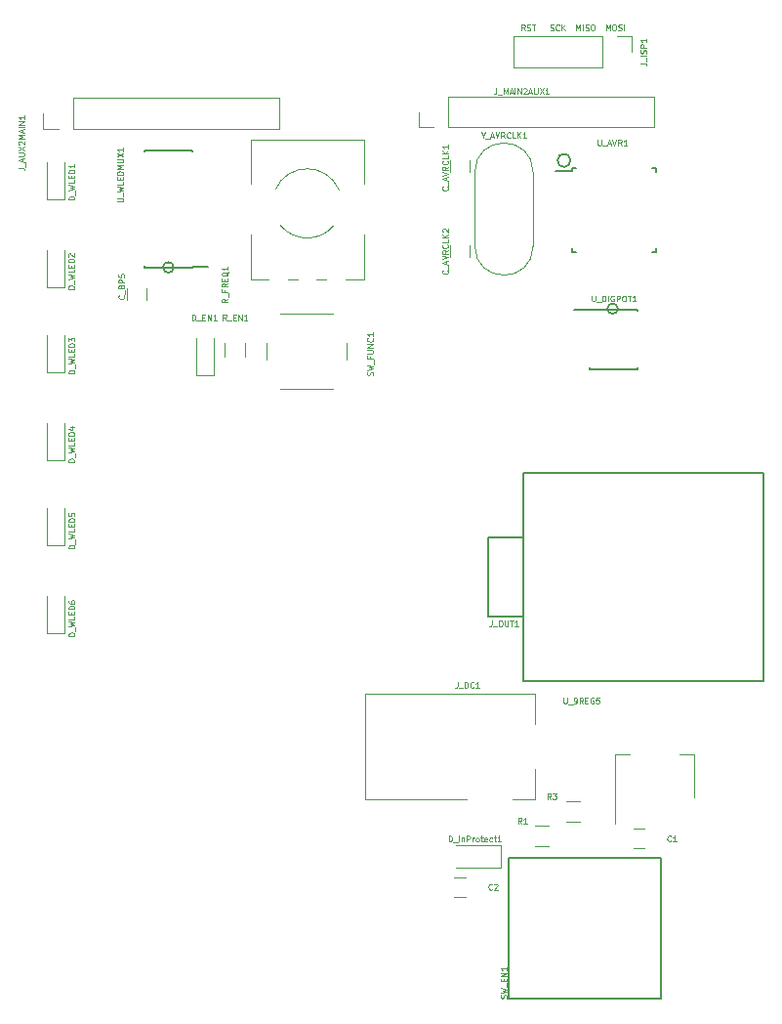
<source format=gbr>
G04 #@! TF.FileFunction,Legend,Top*
%FSLAX46Y46*%
G04 Gerber Fmt 4.6, Leading zero omitted, Abs format (unit mm)*
G04 Created by KiCad (PCBNEW 4.0.7) date 06/02/18 16:03:12*
%MOMM*%
%LPD*%
G01*
G04 APERTURE LIST*
%ADD10C,0.100000*%
%ADD11C,0.015000*%
%ADD12C,0.200000*%
%ADD13C,0.120000*%
%ADD14C,0.150000*%
G04 APERTURE END LIST*
D10*
D11*
X135164240Y-53629690D02*
X134997573Y-53391595D01*
X134878526Y-53629690D02*
X134878526Y-53129690D01*
X135069002Y-53129690D01*
X135116621Y-53153500D01*
X135140430Y-53177310D01*
X135164240Y-53224929D01*
X135164240Y-53296357D01*
X135140430Y-53343976D01*
X135116621Y-53367786D01*
X135069002Y-53391595D01*
X134878526Y-53391595D01*
X135354716Y-53605881D02*
X135426145Y-53629690D01*
X135545192Y-53629690D01*
X135592811Y-53605881D01*
X135616621Y-53582071D01*
X135640430Y-53534452D01*
X135640430Y-53486833D01*
X135616621Y-53439214D01*
X135592811Y-53415405D01*
X135545192Y-53391595D01*
X135449954Y-53367786D01*
X135402335Y-53343976D01*
X135378526Y-53320167D01*
X135354716Y-53272548D01*
X135354716Y-53224929D01*
X135378526Y-53177310D01*
X135402335Y-53153500D01*
X135449954Y-53129690D01*
X135569002Y-53129690D01*
X135640430Y-53153500D01*
X135783287Y-53129690D02*
X136069001Y-53129690D01*
X135926144Y-53629690D02*
X135926144Y-53129690D01*
X137354714Y-53605881D02*
X137426143Y-53629690D01*
X137545190Y-53629690D01*
X137592809Y-53605881D01*
X137616619Y-53582071D01*
X137640428Y-53534452D01*
X137640428Y-53486833D01*
X137616619Y-53439214D01*
X137592809Y-53415405D01*
X137545190Y-53391595D01*
X137449952Y-53367786D01*
X137402333Y-53343976D01*
X137378524Y-53320167D01*
X137354714Y-53272548D01*
X137354714Y-53224929D01*
X137378524Y-53177310D01*
X137402333Y-53153500D01*
X137449952Y-53129690D01*
X137569000Y-53129690D01*
X137640428Y-53153500D01*
X138140428Y-53582071D02*
X138116618Y-53605881D01*
X138045190Y-53629690D01*
X137997571Y-53629690D01*
X137926142Y-53605881D01*
X137878523Y-53558262D01*
X137854714Y-53510643D01*
X137830904Y-53415405D01*
X137830904Y-53343976D01*
X137854714Y-53248738D01*
X137878523Y-53201119D01*
X137926142Y-53153500D01*
X137997571Y-53129690D01*
X138045190Y-53129690D01*
X138116618Y-53153500D01*
X138140428Y-53177310D01*
X138354714Y-53629690D02*
X138354714Y-53129690D01*
X138640428Y-53629690D02*
X138426142Y-53343976D01*
X138640428Y-53129690D02*
X138354714Y-53415405D01*
X139616618Y-53629690D02*
X139616618Y-53129690D01*
X139783284Y-53486833D01*
X139949951Y-53129690D01*
X139949951Y-53629690D01*
X140188047Y-53629690D02*
X140188047Y-53129690D01*
X140402332Y-53605881D02*
X140473761Y-53629690D01*
X140592808Y-53629690D01*
X140640427Y-53605881D01*
X140664237Y-53582071D01*
X140688046Y-53534452D01*
X140688046Y-53486833D01*
X140664237Y-53439214D01*
X140640427Y-53415405D01*
X140592808Y-53391595D01*
X140497570Y-53367786D01*
X140449951Y-53343976D01*
X140426142Y-53320167D01*
X140402332Y-53272548D01*
X140402332Y-53224929D01*
X140426142Y-53177310D01*
X140449951Y-53153500D01*
X140497570Y-53129690D01*
X140616618Y-53129690D01*
X140688046Y-53153500D01*
X140997570Y-53129690D02*
X141092808Y-53129690D01*
X141140427Y-53153500D01*
X141188046Y-53201119D01*
X141211855Y-53296357D01*
X141211855Y-53463024D01*
X141188046Y-53558262D01*
X141140427Y-53605881D01*
X141092808Y-53629690D01*
X140997570Y-53629690D01*
X140949951Y-53605881D01*
X140902332Y-53558262D01*
X140878522Y-53463024D01*
X140878522Y-53296357D01*
X140902332Y-53201119D01*
X140949951Y-53153500D01*
X140997570Y-53129690D01*
X142188046Y-53629690D02*
X142188046Y-53129690D01*
X142354712Y-53486833D01*
X142521379Y-53129690D01*
X142521379Y-53629690D01*
X142854713Y-53129690D02*
X142949951Y-53129690D01*
X142997570Y-53153500D01*
X143045189Y-53201119D01*
X143068998Y-53296357D01*
X143068998Y-53463024D01*
X143045189Y-53558262D01*
X142997570Y-53605881D01*
X142949951Y-53629690D01*
X142854713Y-53629690D01*
X142807094Y-53605881D01*
X142759475Y-53558262D01*
X142735665Y-53463024D01*
X142735665Y-53296357D01*
X142759475Y-53201119D01*
X142807094Y-53153500D01*
X142854713Y-53129690D01*
X143259475Y-53605881D02*
X143330904Y-53629690D01*
X143449951Y-53629690D01*
X143497570Y-53605881D01*
X143521380Y-53582071D01*
X143545189Y-53534452D01*
X143545189Y-53486833D01*
X143521380Y-53439214D01*
X143497570Y-53415405D01*
X143449951Y-53391595D01*
X143354713Y-53367786D01*
X143307094Y-53343976D01*
X143283285Y-53320167D01*
X143259475Y-53272548D01*
X143259475Y-53224929D01*
X143283285Y-53177310D01*
X143307094Y-53153500D01*
X143354713Y-53129690D01*
X143473761Y-53129690D01*
X143545189Y-53153500D01*
X143759475Y-53629690D02*
X143759475Y-53129690D01*
D12*
X143217719Y-77749400D02*
G75*
G03X143217719Y-77749400I-444319J0D01*
G01*
X104699505Y-74168000D02*
G75*
G03X104699505Y-74168000I-457905J0D01*
G01*
X139124961Y-64897000D02*
G75*
G03X139124961Y-64897000I-567961J0D01*
G01*
D13*
X113826600Y-62163000D02*
X113826600Y-59503000D01*
X95986600Y-62163000D02*
X113826600Y-62163000D01*
X95986600Y-59503000D02*
X113826600Y-59503000D01*
X95986600Y-62163000D02*
X95986600Y-59503000D01*
X94716600Y-62163000D02*
X93386600Y-62163000D01*
X93386600Y-62163000D02*
X93386600Y-60833000D01*
X113518768Y-67451818D02*
G75*
G02X119043200Y-67450800I2762432J-1171982D01*
G01*
X118578953Y-70552095D02*
G75*
G02X113983200Y-70551800I-2297753J1928295D01*
G01*
X111371200Y-75183800D02*
X111371200Y-71317800D01*
X111371200Y-66928800D02*
X111371200Y-63063800D01*
X121191200Y-75183800D02*
X121191200Y-71317800D01*
X121191200Y-66928800D02*
X121191200Y-63063800D01*
X111371200Y-75183800D02*
X112956200Y-75183800D01*
X114606200Y-75183800D02*
X115456200Y-75183800D01*
X117106200Y-75183800D02*
X117956200Y-75183800D01*
X119606200Y-75183800D02*
X121191200Y-75183800D01*
X111371200Y-63063800D02*
X121191200Y-63063800D01*
X95238000Y-65040000D02*
X95238000Y-68240000D01*
X93738000Y-68240000D02*
X93738000Y-65040000D01*
X93738000Y-68240000D02*
X95238000Y-68240000D01*
D14*
X139250000Y-65590000D02*
X139250000Y-65815000D01*
X146500000Y-65590000D02*
X146500000Y-65915000D01*
X146500000Y-72840000D02*
X146500000Y-72515000D01*
X139250000Y-72840000D02*
X139250000Y-72515000D01*
X139250000Y-65590000D02*
X139575000Y-65590000D01*
X139250000Y-72840000D02*
X139575000Y-72840000D01*
X146500000Y-72840000D02*
X146175000Y-72840000D01*
X146500000Y-65590000D02*
X146175000Y-65590000D01*
X139250000Y-65815000D02*
X137825000Y-65815000D01*
D13*
X145559400Y-122797200D02*
X144559400Y-122797200D01*
X144559400Y-124497200D02*
X145559400Y-124497200D01*
X130040000Y-127039000D02*
X129040000Y-127039000D01*
X129040000Y-128739000D02*
X130040000Y-128739000D01*
X128690000Y-64905000D02*
X128690000Y-65905000D01*
X130390000Y-65905000D02*
X130390000Y-64905000D01*
X130390000Y-73271000D02*
X130390000Y-72271000D01*
X128690000Y-72271000D02*
X128690000Y-73271000D01*
X133060000Y-126222000D02*
X133060000Y-124222000D01*
X133060000Y-124222000D02*
X129160000Y-124222000D01*
X133060000Y-126222000D02*
X129160000Y-126222000D01*
X134179000Y-54169000D02*
X134179000Y-56829000D01*
X141859000Y-54169000D02*
X134179000Y-54169000D01*
X141859000Y-56829000D02*
X134179000Y-56829000D01*
X141859000Y-54169000D02*
X141859000Y-56829000D01*
X143129000Y-54169000D02*
X144459000Y-54169000D01*
X144459000Y-54169000D02*
X144459000Y-55499000D01*
X137252000Y-124324000D02*
X136052000Y-124324000D01*
X136052000Y-122564000D02*
X137252000Y-122564000D01*
X138769800Y-120455800D02*
X139969800Y-120455800D01*
X139969800Y-122215800D02*
X138769800Y-122215800D01*
X110862000Y-80680000D02*
X110862000Y-81880000D01*
X109102000Y-81880000D02*
X109102000Y-80680000D01*
X149841000Y-116327000D02*
X148581000Y-116327000D01*
X143021000Y-116327000D02*
X144281000Y-116327000D01*
X149841000Y-120087000D02*
X149841000Y-116327000D01*
X143021000Y-122337000D02*
X143021000Y-116327000D01*
D14*
X106316600Y-74163000D02*
X106316600Y-74138000D01*
X102166600Y-74163000D02*
X102166600Y-74058000D01*
X102166600Y-64013000D02*
X102166600Y-64118000D01*
X106316600Y-64013000D02*
X106316600Y-64118000D01*
X106316600Y-74163000D02*
X102166600Y-74163000D01*
X106316600Y-64013000D02*
X102166600Y-64013000D01*
X106316600Y-74138000D02*
X107691600Y-74138000D01*
D13*
X135875000Y-65915000D02*
X135875000Y-72315000D01*
X130825000Y-65915000D02*
X130825000Y-72315000D01*
X130825000Y-65915000D02*
G75*
G02X135875000Y-65915000I2525000J0D01*
G01*
X130825000Y-72315000D02*
G75*
G03X135875000Y-72315000I2525000J0D01*
G01*
X102323000Y-76954000D02*
X102323000Y-75954000D01*
X100623000Y-75954000D02*
X100623000Y-76954000D01*
X146364000Y-62036000D02*
X146364000Y-59376000D01*
X128524000Y-62036000D02*
X146364000Y-62036000D01*
X128524000Y-59376000D02*
X146364000Y-59376000D01*
X128524000Y-62036000D02*
X128524000Y-59376000D01*
X127254000Y-62036000D02*
X125924000Y-62036000D01*
X125924000Y-62036000D02*
X125924000Y-60706000D01*
D14*
X140800000Y-77816000D02*
X140800000Y-77866000D01*
X144950000Y-77816000D02*
X144950000Y-77961000D01*
X144950000Y-82966000D02*
X144950000Y-82821000D01*
X140800000Y-82966000D02*
X140800000Y-82821000D01*
X140800000Y-77816000D02*
X144950000Y-77816000D01*
X140800000Y-82966000D02*
X144950000Y-82966000D01*
X140800000Y-77866000D02*
X139400000Y-77866000D01*
D13*
X95238000Y-102632000D02*
X95238000Y-105832000D01*
X93738000Y-105832000D02*
X93738000Y-102632000D01*
X93738000Y-105832000D02*
X95238000Y-105832000D01*
X95238000Y-95012000D02*
X95238000Y-98212000D01*
X93738000Y-98212000D02*
X93738000Y-95012000D01*
X93738000Y-98212000D02*
X95238000Y-98212000D01*
X95238000Y-87646000D02*
X95238000Y-90846000D01*
X93738000Y-90846000D02*
X93738000Y-87646000D01*
X93738000Y-90846000D02*
X95238000Y-90846000D01*
X95238000Y-80026000D02*
X95238000Y-83226000D01*
X93738000Y-83226000D02*
X93738000Y-80026000D01*
X93738000Y-83226000D02*
X95238000Y-83226000D01*
X95238000Y-72660000D02*
X95238000Y-75860000D01*
X93738000Y-75860000D02*
X93738000Y-72660000D01*
X93738000Y-75860000D02*
X95238000Y-75860000D01*
X108192000Y-80280000D02*
X108192000Y-83480000D01*
X106692000Y-83480000D02*
X106692000Y-80280000D01*
X106692000Y-83480000D02*
X108192000Y-83480000D01*
X118481600Y-78193000D02*
X113981600Y-78193000D01*
X119731600Y-82193000D02*
X119731600Y-80693000D01*
X113981600Y-84693000D02*
X118481600Y-84693000D01*
X112731600Y-80693000D02*
X112731600Y-82193000D01*
D14*
X131953000Y-100965000D02*
X131953000Y-104394000D01*
X132015000Y-104394000D02*
X135001000Y-104394000D01*
X131953000Y-100965000D02*
X131953000Y-97536000D01*
X132015000Y-97536000D02*
X135001000Y-97536000D01*
X155829000Y-109975000D02*
X155829000Y-91945000D01*
X135001000Y-109975000D02*
X135001000Y-91948000D01*
X135015000Y-91948000D02*
X155815000Y-91948000D01*
X135015000Y-109982000D02*
X155815000Y-109982000D01*
X146939000Y-125349000D02*
X133731000Y-125349000D01*
X133731000Y-125349000D02*
X133731000Y-137541000D01*
X133731000Y-137541000D02*
X146939000Y-137541000D01*
X146939000Y-137541000D02*
X146939000Y-125349000D01*
D13*
X130128000Y-120297000D02*
X121328000Y-120297000D01*
X121328000Y-120297000D02*
X121328000Y-111097000D01*
X136028000Y-117597000D02*
X136028000Y-120297000D01*
X136028000Y-120297000D02*
X134128000Y-120297000D01*
X121328000Y-111097000D02*
X136028000Y-111097000D01*
X136028000Y-111097000D02*
X136028000Y-113697000D01*
D11*
X91267790Y-65563475D02*
X91624933Y-65563475D01*
X91696362Y-65587285D01*
X91743981Y-65634904D01*
X91767790Y-65706332D01*
X91767790Y-65753951D01*
X91815410Y-65444428D02*
X91815410Y-65063476D01*
X91624933Y-64968238D02*
X91624933Y-64730143D01*
X91767790Y-65015857D02*
X91267790Y-64849190D01*
X91767790Y-64682524D01*
X91267790Y-64515857D02*
X91672552Y-64515857D01*
X91720171Y-64492048D01*
X91743981Y-64468238D01*
X91767790Y-64420619D01*
X91767790Y-64325381D01*
X91743981Y-64277762D01*
X91720171Y-64253953D01*
X91672552Y-64230143D01*
X91267790Y-64230143D01*
X91267790Y-64039666D02*
X91767790Y-63706333D01*
X91267790Y-63706333D02*
X91767790Y-64039666D01*
X91315410Y-63539667D02*
X91291600Y-63515857D01*
X91267790Y-63468238D01*
X91267790Y-63349191D01*
X91291600Y-63301572D01*
X91315410Y-63277762D01*
X91363029Y-63253953D01*
X91410648Y-63253953D01*
X91482076Y-63277762D01*
X91767790Y-63563476D01*
X91767790Y-63253953D01*
X91767790Y-63039667D02*
X91267790Y-63039667D01*
X91624933Y-62873001D01*
X91267790Y-62706334D01*
X91767790Y-62706334D01*
X91624933Y-62492048D02*
X91624933Y-62253953D01*
X91767790Y-62539667D02*
X91267790Y-62373000D01*
X91767790Y-62206334D01*
X91767790Y-62039667D02*
X91267790Y-62039667D01*
X91767790Y-61801572D02*
X91267790Y-61801572D01*
X91767790Y-61515858D01*
X91267790Y-61515858D01*
X91767790Y-61015858D02*
X91767790Y-61301572D01*
X91767790Y-61158715D02*
X91267790Y-61158715D01*
X91339219Y-61206334D01*
X91386838Y-61253953D01*
X91410648Y-61301572D01*
X109395390Y-76867390D02*
X109157295Y-77034057D01*
X109395390Y-77153104D02*
X108895390Y-77153104D01*
X108895390Y-76962628D01*
X108919200Y-76915009D01*
X108943010Y-76891200D01*
X108990629Y-76867390D01*
X109062057Y-76867390D01*
X109109676Y-76891200D01*
X109133486Y-76915009D01*
X109157295Y-76962628D01*
X109157295Y-77153104D01*
X109443010Y-76772152D02*
X109443010Y-76391200D01*
X109133486Y-76105486D02*
X109133486Y-76272152D01*
X109395390Y-76272152D02*
X108895390Y-76272152D01*
X108895390Y-76034057D01*
X109395390Y-75557867D02*
X109157295Y-75724534D01*
X109395390Y-75843581D02*
X108895390Y-75843581D01*
X108895390Y-75653105D01*
X108919200Y-75605486D01*
X108943010Y-75581677D01*
X108990629Y-75557867D01*
X109062057Y-75557867D01*
X109109676Y-75581677D01*
X109133486Y-75605486D01*
X109157295Y-75653105D01*
X109157295Y-75843581D01*
X109133486Y-75343581D02*
X109133486Y-75176915D01*
X109395390Y-75105486D02*
X109395390Y-75343581D01*
X108895390Y-75343581D01*
X108895390Y-75105486D01*
X109443010Y-74557867D02*
X109419200Y-74605486D01*
X109371581Y-74653105D01*
X109300152Y-74724534D01*
X109276343Y-74772153D01*
X109276343Y-74819772D01*
X109395390Y-74795962D02*
X109371581Y-74843581D01*
X109323962Y-74891200D01*
X109228724Y-74915010D01*
X109062057Y-74915010D01*
X108966819Y-74891200D01*
X108919200Y-74843581D01*
X108895390Y-74795962D01*
X108895390Y-74700724D01*
X108919200Y-74653105D01*
X108966819Y-74605486D01*
X109062057Y-74581677D01*
X109228724Y-74581677D01*
X109323962Y-74605486D01*
X109371581Y-74653105D01*
X109395390Y-74700724D01*
X109395390Y-74795962D01*
X109395390Y-74105486D02*
X109395390Y-74391200D01*
X109395390Y-74248343D02*
X108895390Y-74248343D01*
X108966819Y-74295962D01*
X109014438Y-74343581D01*
X109038248Y-74391200D01*
X96111190Y-68300409D02*
X95611190Y-68300409D01*
X95611190Y-68181362D01*
X95635000Y-68109933D01*
X95682619Y-68062314D01*
X95730238Y-68038505D01*
X95825476Y-68014695D01*
X95896905Y-68014695D01*
X95992143Y-68038505D01*
X96039762Y-68062314D01*
X96087381Y-68109933D01*
X96111190Y-68181362D01*
X96111190Y-68300409D01*
X96158810Y-67919457D02*
X96158810Y-67538505D01*
X95611190Y-67467076D02*
X96111190Y-67348029D01*
X95754048Y-67252791D01*
X96111190Y-67157553D01*
X95611190Y-67038505D01*
X96111190Y-66609933D02*
X96111190Y-66848028D01*
X95611190Y-66848028D01*
X95849286Y-66443266D02*
X95849286Y-66276600D01*
X96111190Y-66205171D02*
X96111190Y-66443266D01*
X95611190Y-66443266D01*
X95611190Y-66205171D01*
X96111190Y-65990885D02*
X95611190Y-65990885D01*
X95611190Y-65871838D01*
X95635000Y-65800409D01*
X95682619Y-65752790D01*
X95730238Y-65728981D01*
X95825476Y-65705171D01*
X95896905Y-65705171D01*
X95992143Y-65728981D01*
X96039762Y-65752790D01*
X96087381Y-65800409D01*
X96111190Y-65871838D01*
X96111190Y-65990885D01*
X96111190Y-65228981D02*
X96111190Y-65514695D01*
X96111190Y-65371838D02*
X95611190Y-65371838D01*
X95682619Y-65419457D01*
X95730238Y-65467076D01*
X95754048Y-65514695D01*
X141498001Y-63099190D02*
X141498001Y-63503952D01*
X141521810Y-63551571D01*
X141545620Y-63575381D01*
X141593239Y-63599190D01*
X141688477Y-63599190D01*
X141736096Y-63575381D01*
X141759905Y-63551571D01*
X141783715Y-63503952D01*
X141783715Y-63099190D01*
X141902763Y-63646810D02*
X142283715Y-63646810D01*
X142378953Y-63456333D02*
X142617048Y-63456333D01*
X142331334Y-63599190D02*
X142498001Y-63099190D01*
X142664667Y-63599190D01*
X142759905Y-63099190D02*
X142926572Y-63599190D01*
X143093238Y-63099190D01*
X143545619Y-63599190D02*
X143378952Y-63361095D01*
X143259905Y-63599190D02*
X143259905Y-63099190D01*
X143450381Y-63099190D01*
X143498000Y-63123000D01*
X143521809Y-63146810D01*
X143545619Y-63194429D01*
X143545619Y-63265857D01*
X143521809Y-63313476D01*
X143498000Y-63337286D01*
X143450381Y-63361095D01*
X143259905Y-63361095D01*
X144021809Y-63599190D02*
X143736095Y-63599190D01*
X143878952Y-63599190D02*
X143878952Y-63099190D01*
X143831333Y-63170619D01*
X143783714Y-63218238D01*
X143736095Y-63242048D01*
X147820867Y-123851171D02*
X147797057Y-123874981D01*
X147725629Y-123898790D01*
X147678010Y-123898790D01*
X147606581Y-123874981D01*
X147558962Y-123827362D01*
X147535153Y-123779743D01*
X147511343Y-123684505D01*
X147511343Y-123613076D01*
X147535153Y-123517838D01*
X147558962Y-123470219D01*
X147606581Y-123422600D01*
X147678010Y-123398790D01*
X147725629Y-123398790D01*
X147797057Y-123422600D01*
X147820867Y-123446410D01*
X148297057Y-123898790D02*
X148011343Y-123898790D01*
X148154200Y-123898790D02*
X148154200Y-123398790D01*
X148106581Y-123470219D01*
X148058962Y-123517838D01*
X148011343Y-123541648D01*
X132326867Y-128042171D02*
X132303057Y-128065981D01*
X132231629Y-128089790D01*
X132184010Y-128089790D01*
X132112581Y-128065981D01*
X132064962Y-128018362D01*
X132041153Y-127970743D01*
X132017343Y-127875505D01*
X132017343Y-127804076D01*
X132041153Y-127708838D01*
X132064962Y-127661219D01*
X132112581Y-127613600D01*
X132184010Y-127589790D01*
X132231629Y-127589790D01*
X132303057Y-127613600D01*
X132326867Y-127637410D01*
X132517343Y-127637410D02*
X132541153Y-127613600D01*
X132588772Y-127589790D01*
X132707819Y-127589790D01*
X132755438Y-127613600D01*
X132779248Y-127637410D01*
X132803057Y-127685029D01*
X132803057Y-127732648D01*
X132779248Y-127804076D01*
X132493534Y-128089790D01*
X132803057Y-128089790D01*
X128448571Y-67186761D02*
X128472381Y-67210571D01*
X128496190Y-67281999D01*
X128496190Y-67329618D01*
X128472381Y-67401047D01*
X128424762Y-67448666D01*
X128377143Y-67472475D01*
X128281905Y-67496285D01*
X128210476Y-67496285D01*
X128115238Y-67472475D01*
X128067619Y-67448666D01*
X128020000Y-67401047D01*
X127996190Y-67329618D01*
X127996190Y-67281999D01*
X128020000Y-67210571D01*
X128043810Y-67186761D01*
X128543810Y-67091523D02*
X128543810Y-66710571D01*
X128353333Y-66615333D02*
X128353333Y-66377238D01*
X128496190Y-66662952D02*
X127996190Y-66496285D01*
X128496190Y-66329619D01*
X127996190Y-66234381D02*
X128496190Y-66067714D01*
X127996190Y-65901048D01*
X128496190Y-65448667D02*
X128258095Y-65615334D01*
X128496190Y-65734381D02*
X127996190Y-65734381D01*
X127996190Y-65543905D01*
X128020000Y-65496286D01*
X128043810Y-65472477D01*
X128091429Y-65448667D01*
X128162857Y-65448667D01*
X128210476Y-65472477D01*
X128234286Y-65496286D01*
X128258095Y-65543905D01*
X128258095Y-65734381D01*
X128448571Y-64948667D02*
X128472381Y-64972477D01*
X128496190Y-65043905D01*
X128496190Y-65091524D01*
X128472381Y-65162953D01*
X128424762Y-65210572D01*
X128377143Y-65234381D01*
X128281905Y-65258191D01*
X128210476Y-65258191D01*
X128115238Y-65234381D01*
X128067619Y-65210572D01*
X128020000Y-65162953D01*
X127996190Y-65091524D01*
X127996190Y-65043905D01*
X128020000Y-64972477D01*
X128043810Y-64948667D01*
X128496190Y-64496286D02*
X128496190Y-64734381D01*
X127996190Y-64734381D01*
X128496190Y-64329619D02*
X127996190Y-64329619D01*
X128496190Y-64043905D02*
X128210476Y-64258191D01*
X127996190Y-64043905D02*
X128281905Y-64329619D01*
X128496190Y-63567715D02*
X128496190Y-63853429D01*
X128496190Y-63710572D02*
X127996190Y-63710572D01*
X128067619Y-63758191D01*
X128115238Y-63805810D01*
X128139048Y-63853429D01*
X128448571Y-74425761D02*
X128472381Y-74449571D01*
X128496190Y-74520999D01*
X128496190Y-74568618D01*
X128472381Y-74640047D01*
X128424762Y-74687666D01*
X128377143Y-74711475D01*
X128281905Y-74735285D01*
X128210476Y-74735285D01*
X128115238Y-74711475D01*
X128067619Y-74687666D01*
X128020000Y-74640047D01*
X127996190Y-74568618D01*
X127996190Y-74520999D01*
X128020000Y-74449571D01*
X128043810Y-74425761D01*
X128543810Y-74330523D02*
X128543810Y-73949571D01*
X128353333Y-73854333D02*
X128353333Y-73616238D01*
X128496190Y-73901952D02*
X127996190Y-73735285D01*
X128496190Y-73568619D01*
X127996190Y-73473381D02*
X128496190Y-73306714D01*
X127996190Y-73140048D01*
X128496190Y-72687667D02*
X128258095Y-72854334D01*
X128496190Y-72973381D02*
X127996190Y-72973381D01*
X127996190Y-72782905D01*
X128020000Y-72735286D01*
X128043810Y-72711477D01*
X128091429Y-72687667D01*
X128162857Y-72687667D01*
X128210476Y-72711477D01*
X128234286Y-72735286D01*
X128258095Y-72782905D01*
X128258095Y-72973381D01*
X128448571Y-72187667D02*
X128472381Y-72211477D01*
X128496190Y-72282905D01*
X128496190Y-72330524D01*
X128472381Y-72401953D01*
X128424762Y-72449572D01*
X128377143Y-72473381D01*
X128281905Y-72497191D01*
X128210476Y-72497191D01*
X128115238Y-72473381D01*
X128067619Y-72449572D01*
X128020000Y-72401953D01*
X127996190Y-72330524D01*
X127996190Y-72282905D01*
X128020000Y-72211477D01*
X128043810Y-72187667D01*
X128496190Y-71735286D02*
X128496190Y-71973381D01*
X127996190Y-71973381D01*
X128496190Y-71568619D02*
X127996190Y-71568619D01*
X128496190Y-71282905D02*
X128210476Y-71497191D01*
X127996190Y-71282905D02*
X128281905Y-71568619D01*
X128043810Y-71092429D02*
X128020000Y-71068619D01*
X127996190Y-71021000D01*
X127996190Y-70901953D01*
X128020000Y-70854334D01*
X128043810Y-70830524D01*
X128091429Y-70806715D01*
X128139048Y-70806715D01*
X128210476Y-70830524D01*
X128496190Y-71116238D01*
X128496190Y-70806715D01*
X128560002Y-123924190D02*
X128560002Y-123424190D01*
X128679049Y-123424190D01*
X128750478Y-123448000D01*
X128798097Y-123495619D01*
X128821906Y-123543238D01*
X128845716Y-123638476D01*
X128845716Y-123709905D01*
X128821906Y-123805143D01*
X128798097Y-123852762D01*
X128750478Y-123900381D01*
X128679049Y-123924190D01*
X128560002Y-123924190D01*
X128940954Y-123971810D02*
X129321906Y-123971810D01*
X129440954Y-123924190D02*
X129440954Y-123424190D01*
X129679049Y-123590857D02*
X129679049Y-123924190D01*
X129679049Y-123638476D02*
X129702858Y-123614667D01*
X129750477Y-123590857D01*
X129821906Y-123590857D01*
X129869525Y-123614667D01*
X129893334Y-123662286D01*
X129893334Y-123924190D01*
X130131430Y-123924190D02*
X130131430Y-123424190D01*
X130321906Y-123424190D01*
X130369525Y-123448000D01*
X130393334Y-123471810D01*
X130417144Y-123519429D01*
X130417144Y-123590857D01*
X130393334Y-123638476D01*
X130369525Y-123662286D01*
X130321906Y-123686095D01*
X130131430Y-123686095D01*
X130631430Y-123924190D02*
X130631430Y-123590857D01*
X130631430Y-123686095D02*
X130655239Y-123638476D01*
X130679049Y-123614667D01*
X130726668Y-123590857D01*
X130774287Y-123590857D01*
X131012382Y-123924190D02*
X130964763Y-123900381D01*
X130940954Y-123876571D01*
X130917144Y-123828952D01*
X130917144Y-123686095D01*
X130940954Y-123638476D01*
X130964763Y-123614667D01*
X131012382Y-123590857D01*
X131083811Y-123590857D01*
X131131430Y-123614667D01*
X131155239Y-123638476D01*
X131179049Y-123686095D01*
X131179049Y-123828952D01*
X131155239Y-123876571D01*
X131131430Y-123900381D01*
X131083811Y-123924190D01*
X131012382Y-123924190D01*
X131321906Y-123590857D02*
X131512382Y-123590857D01*
X131393335Y-123424190D02*
X131393335Y-123852762D01*
X131417144Y-123900381D01*
X131464763Y-123924190D01*
X131512382Y-123924190D01*
X131869525Y-123900381D02*
X131821906Y-123924190D01*
X131726668Y-123924190D01*
X131679049Y-123900381D01*
X131655239Y-123852762D01*
X131655239Y-123662286D01*
X131679049Y-123614667D01*
X131726668Y-123590857D01*
X131821906Y-123590857D01*
X131869525Y-123614667D01*
X131893334Y-123662286D01*
X131893334Y-123709905D01*
X131655239Y-123757524D01*
X132321905Y-123900381D02*
X132274286Y-123924190D01*
X132179048Y-123924190D01*
X132131429Y-123900381D01*
X132107620Y-123876571D01*
X132083810Y-123828952D01*
X132083810Y-123686095D01*
X132107620Y-123638476D01*
X132131429Y-123614667D01*
X132179048Y-123590857D01*
X132274286Y-123590857D01*
X132321905Y-123614667D01*
X132464762Y-123590857D02*
X132655238Y-123590857D01*
X132536191Y-123424190D02*
X132536191Y-123852762D01*
X132560000Y-123900381D01*
X132607619Y-123924190D01*
X132655238Y-123924190D01*
X133083809Y-123924190D02*
X132798095Y-123924190D01*
X132940952Y-123924190D02*
X132940952Y-123424190D01*
X132893333Y-123495619D01*
X132845714Y-123543238D01*
X132798095Y-123567048D01*
X145185190Y-56463284D02*
X145542333Y-56463284D01*
X145613762Y-56487094D01*
X145661381Y-56534713D01*
X145685190Y-56606141D01*
X145685190Y-56653760D01*
X145732810Y-56344237D02*
X145732810Y-55963285D01*
X145685190Y-55844237D02*
X145185190Y-55844237D01*
X145661381Y-55629952D02*
X145685190Y-55558523D01*
X145685190Y-55439476D01*
X145661381Y-55391857D01*
X145637571Y-55368047D01*
X145589952Y-55344238D01*
X145542333Y-55344238D01*
X145494714Y-55368047D01*
X145470905Y-55391857D01*
X145447095Y-55439476D01*
X145423286Y-55534714D01*
X145399476Y-55582333D01*
X145375667Y-55606142D01*
X145328048Y-55629952D01*
X145280429Y-55629952D01*
X145232810Y-55606142D01*
X145209000Y-55582333D01*
X145185190Y-55534714D01*
X145185190Y-55415666D01*
X145209000Y-55344238D01*
X145685190Y-55129952D02*
X145185190Y-55129952D01*
X145185190Y-54939476D01*
X145209000Y-54891857D01*
X145232810Y-54868048D01*
X145280429Y-54844238D01*
X145351857Y-54844238D01*
X145399476Y-54868048D01*
X145423286Y-54891857D01*
X145447095Y-54939476D01*
X145447095Y-55129952D01*
X145685190Y-54368048D02*
X145685190Y-54653762D01*
X145685190Y-54510905D02*
X145185190Y-54510905D01*
X145256619Y-54558524D01*
X145304238Y-54606143D01*
X145328048Y-54653762D01*
X134866867Y-122349390D02*
X134700200Y-122111295D01*
X134581153Y-122349390D02*
X134581153Y-121849390D01*
X134771629Y-121849390D01*
X134819248Y-121873200D01*
X134843057Y-121897010D01*
X134866867Y-121944629D01*
X134866867Y-122016057D01*
X134843057Y-122063676D01*
X134819248Y-122087486D01*
X134771629Y-122111295D01*
X134581153Y-122111295D01*
X135343057Y-122349390D02*
X135057343Y-122349390D01*
X135200200Y-122349390D02*
X135200200Y-121849390D01*
X135152581Y-121920819D01*
X135104962Y-121968438D01*
X135057343Y-121992248D01*
X137406867Y-120241190D02*
X137240200Y-120003095D01*
X137121153Y-120241190D02*
X137121153Y-119741190D01*
X137311629Y-119741190D01*
X137359248Y-119765000D01*
X137383057Y-119788810D01*
X137406867Y-119836429D01*
X137406867Y-119907857D01*
X137383057Y-119955476D01*
X137359248Y-119979286D01*
X137311629Y-120003095D01*
X137121153Y-120003095D01*
X137573534Y-119741190D02*
X137883057Y-119741190D01*
X137716391Y-119931667D01*
X137787819Y-119931667D01*
X137835438Y-119955476D01*
X137859248Y-119979286D01*
X137883057Y-120026905D01*
X137883057Y-120145952D01*
X137859248Y-120193571D01*
X137835438Y-120217381D01*
X137787819Y-120241190D01*
X137644962Y-120241190D01*
X137597343Y-120217381D01*
X137573534Y-120193571D01*
X109270896Y-78737590D02*
X109104229Y-78499495D01*
X108985182Y-78737590D02*
X108985182Y-78237590D01*
X109175658Y-78237590D01*
X109223277Y-78261400D01*
X109247086Y-78285210D01*
X109270896Y-78332829D01*
X109270896Y-78404257D01*
X109247086Y-78451876D01*
X109223277Y-78475686D01*
X109175658Y-78499495D01*
X108985182Y-78499495D01*
X109366134Y-78785210D02*
X109747086Y-78785210D01*
X109866134Y-78475686D02*
X110032800Y-78475686D01*
X110104229Y-78737590D02*
X109866134Y-78737590D01*
X109866134Y-78237590D01*
X110104229Y-78237590D01*
X110318515Y-78737590D02*
X110318515Y-78237590D01*
X110604229Y-78737590D01*
X110604229Y-78237590D01*
X111104229Y-78737590D02*
X110818515Y-78737590D01*
X110961372Y-78737590D02*
X110961372Y-78237590D01*
X110913753Y-78309019D01*
X110866134Y-78356638D01*
X110818515Y-78380448D01*
X138519887Y-111460790D02*
X138519887Y-111865552D01*
X138543696Y-111913171D01*
X138567506Y-111936981D01*
X138615125Y-111960790D01*
X138710363Y-111960790D01*
X138757982Y-111936981D01*
X138781791Y-111913171D01*
X138805601Y-111865552D01*
X138805601Y-111460790D01*
X138924649Y-112008410D02*
X139305601Y-112008410D01*
X139448458Y-111960790D02*
X139543696Y-111960790D01*
X139591315Y-111936981D01*
X139615125Y-111913171D01*
X139662744Y-111841743D01*
X139686553Y-111746505D01*
X139686553Y-111556029D01*
X139662744Y-111508410D01*
X139638934Y-111484600D01*
X139591315Y-111460790D01*
X139496077Y-111460790D01*
X139448458Y-111484600D01*
X139424649Y-111508410D01*
X139400839Y-111556029D01*
X139400839Y-111675076D01*
X139424649Y-111722695D01*
X139448458Y-111746505D01*
X139496077Y-111770314D01*
X139591315Y-111770314D01*
X139638934Y-111746505D01*
X139662744Y-111722695D01*
X139686553Y-111675076D01*
X140186553Y-111960790D02*
X140019886Y-111722695D01*
X139900839Y-111960790D02*
X139900839Y-111460790D01*
X140091315Y-111460790D01*
X140138934Y-111484600D01*
X140162743Y-111508410D01*
X140186553Y-111556029D01*
X140186553Y-111627457D01*
X140162743Y-111675076D01*
X140138934Y-111698886D01*
X140091315Y-111722695D01*
X139900839Y-111722695D01*
X140400839Y-111698886D02*
X140567505Y-111698886D01*
X140638934Y-111960790D02*
X140400839Y-111960790D01*
X140400839Y-111460790D01*
X140638934Y-111460790D01*
X141115124Y-111484600D02*
X141067505Y-111460790D01*
X140996077Y-111460790D01*
X140924648Y-111484600D01*
X140877029Y-111532219D01*
X140853220Y-111579838D01*
X140829410Y-111675076D01*
X140829410Y-111746505D01*
X140853220Y-111841743D01*
X140877029Y-111889362D01*
X140924648Y-111936981D01*
X140996077Y-111960790D01*
X141043696Y-111960790D01*
X141115124Y-111936981D01*
X141138934Y-111913171D01*
X141138934Y-111746505D01*
X141043696Y-111746505D01*
X141591315Y-111460790D02*
X141353220Y-111460790D01*
X141329410Y-111698886D01*
X141353220Y-111675076D01*
X141400839Y-111651267D01*
X141519886Y-111651267D01*
X141567505Y-111675076D01*
X141591315Y-111698886D01*
X141615124Y-111746505D01*
X141615124Y-111865552D01*
X141591315Y-111913171D01*
X141567505Y-111936981D01*
X141519886Y-111960790D01*
X141400839Y-111960790D01*
X141353220Y-111936981D01*
X141329410Y-111913171D01*
X99802190Y-68463028D02*
X100206952Y-68463028D01*
X100254571Y-68439219D01*
X100278381Y-68415409D01*
X100302190Y-68367790D01*
X100302190Y-68272552D01*
X100278381Y-68224933D01*
X100254571Y-68201124D01*
X100206952Y-68177314D01*
X99802190Y-68177314D01*
X100349810Y-68058266D02*
X100349810Y-67677314D01*
X99802190Y-67605885D02*
X100302190Y-67486838D01*
X99945048Y-67391600D01*
X100302190Y-67296362D01*
X99802190Y-67177314D01*
X100302190Y-66748742D02*
X100302190Y-66986837D01*
X99802190Y-66986837D01*
X100040286Y-66582075D02*
X100040286Y-66415409D01*
X100302190Y-66343980D02*
X100302190Y-66582075D01*
X99802190Y-66582075D01*
X99802190Y-66343980D01*
X100302190Y-66129694D02*
X99802190Y-66129694D01*
X99802190Y-66010647D01*
X99826000Y-65939218D01*
X99873619Y-65891599D01*
X99921238Y-65867790D01*
X100016476Y-65843980D01*
X100087905Y-65843980D01*
X100183143Y-65867790D01*
X100230762Y-65891599D01*
X100278381Y-65939218D01*
X100302190Y-66010647D01*
X100302190Y-66129694D01*
X100302190Y-65629694D02*
X99802190Y-65629694D01*
X100159333Y-65463028D01*
X99802190Y-65296361D01*
X100302190Y-65296361D01*
X99802190Y-65058265D02*
X100206952Y-65058265D01*
X100254571Y-65034456D01*
X100278381Y-65010646D01*
X100302190Y-64963027D01*
X100302190Y-64867789D01*
X100278381Y-64820170D01*
X100254571Y-64796361D01*
X100206952Y-64772551D01*
X99802190Y-64772551D01*
X99802190Y-64582074D02*
X100302190Y-64248741D01*
X99802190Y-64248741D02*
X100302190Y-64582074D01*
X100302190Y-63796361D02*
X100302190Y-64082075D01*
X100302190Y-63939218D02*
X99802190Y-63939218D01*
X99873619Y-63986837D01*
X99921238Y-64034456D01*
X99945048Y-64082075D01*
X131540478Y-62726095D02*
X131540478Y-62964190D01*
X131373811Y-62464190D02*
X131540478Y-62726095D01*
X131707144Y-62464190D01*
X131754763Y-63011810D02*
X132135715Y-63011810D01*
X132230953Y-62821333D02*
X132469048Y-62821333D01*
X132183334Y-62964190D02*
X132350001Y-62464190D01*
X132516667Y-62964190D01*
X132611905Y-62464190D02*
X132778572Y-62964190D01*
X132945238Y-62464190D01*
X133397619Y-62964190D02*
X133230952Y-62726095D01*
X133111905Y-62964190D02*
X133111905Y-62464190D01*
X133302381Y-62464190D01*
X133350000Y-62488000D01*
X133373809Y-62511810D01*
X133397619Y-62559429D01*
X133397619Y-62630857D01*
X133373809Y-62678476D01*
X133350000Y-62702286D01*
X133302381Y-62726095D01*
X133111905Y-62726095D01*
X133897619Y-62916571D02*
X133873809Y-62940381D01*
X133802381Y-62964190D01*
X133754762Y-62964190D01*
X133683333Y-62940381D01*
X133635714Y-62892762D01*
X133611905Y-62845143D01*
X133588095Y-62749905D01*
X133588095Y-62678476D01*
X133611905Y-62583238D01*
X133635714Y-62535619D01*
X133683333Y-62488000D01*
X133754762Y-62464190D01*
X133802381Y-62464190D01*
X133873809Y-62488000D01*
X133897619Y-62511810D01*
X134350000Y-62964190D02*
X134111905Y-62964190D01*
X134111905Y-62464190D01*
X134516667Y-62964190D02*
X134516667Y-62464190D01*
X134802381Y-62964190D02*
X134588095Y-62678476D01*
X134802381Y-62464190D02*
X134516667Y-62749905D01*
X135278571Y-62964190D02*
X134992857Y-62964190D01*
X135135714Y-62964190D02*
X135135714Y-62464190D01*
X135088095Y-62535619D01*
X135040476Y-62583238D01*
X134992857Y-62607048D01*
X100381571Y-76592809D02*
X100405381Y-76616619D01*
X100429190Y-76688047D01*
X100429190Y-76735666D01*
X100405381Y-76807095D01*
X100357762Y-76854714D01*
X100310143Y-76878523D01*
X100214905Y-76902333D01*
X100143476Y-76902333D01*
X100048238Y-76878523D01*
X100000619Y-76854714D01*
X99953000Y-76807095D01*
X99929190Y-76735666D01*
X99929190Y-76688047D01*
X99953000Y-76616619D01*
X99976810Y-76592809D01*
X100476810Y-76497571D02*
X100476810Y-76116619D01*
X100167286Y-75830905D02*
X100191095Y-75759476D01*
X100214905Y-75735667D01*
X100262524Y-75711857D01*
X100333952Y-75711857D01*
X100381571Y-75735667D01*
X100405381Y-75759476D01*
X100429190Y-75807095D01*
X100429190Y-75997571D01*
X99929190Y-75997571D01*
X99929190Y-75830905D01*
X99953000Y-75783286D01*
X99976810Y-75759476D01*
X100024429Y-75735667D01*
X100072048Y-75735667D01*
X100119667Y-75759476D01*
X100143476Y-75783286D01*
X100167286Y-75830905D01*
X100167286Y-75997571D01*
X100429190Y-75497571D02*
X99929190Y-75497571D01*
X99929190Y-75307095D01*
X99953000Y-75259476D01*
X99976810Y-75235667D01*
X100024429Y-75211857D01*
X100095857Y-75211857D01*
X100143476Y-75235667D01*
X100167286Y-75259476D01*
X100191095Y-75307095D01*
X100191095Y-75497571D01*
X99929190Y-74759476D02*
X99929190Y-74997571D01*
X100167286Y-75021381D01*
X100143476Y-74997571D01*
X100119667Y-74949952D01*
X100119667Y-74830905D01*
X100143476Y-74783286D01*
X100167286Y-74759476D01*
X100214905Y-74735667D01*
X100333952Y-74735667D01*
X100381571Y-74759476D01*
X100405381Y-74783286D01*
X100429190Y-74830905D01*
X100429190Y-74949952D01*
X100405381Y-74997571D01*
X100381571Y-75021381D01*
X132683525Y-58654190D02*
X132683525Y-59011333D01*
X132659715Y-59082762D01*
X132612096Y-59130381D01*
X132540668Y-59154190D01*
X132493049Y-59154190D01*
X132802572Y-59201810D02*
X133183524Y-59201810D01*
X133302572Y-59154190D02*
X133302572Y-58654190D01*
X133469238Y-59011333D01*
X133635905Y-58654190D01*
X133635905Y-59154190D01*
X133850191Y-59011333D02*
X134088286Y-59011333D01*
X133802572Y-59154190D02*
X133969239Y-58654190D01*
X134135905Y-59154190D01*
X134302572Y-59154190D02*
X134302572Y-58654190D01*
X134540667Y-59154190D02*
X134540667Y-58654190D01*
X134826381Y-59154190D01*
X134826381Y-58654190D01*
X135040667Y-58701810D02*
X135064477Y-58678000D01*
X135112096Y-58654190D01*
X135231143Y-58654190D01*
X135278762Y-58678000D01*
X135302572Y-58701810D01*
X135326381Y-58749429D01*
X135326381Y-58797048D01*
X135302572Y-58868476D01*
X135016858Y-59154190D01*
X135326381Y-59154190D01*
X135516857Y-59011333D02*
X135754952Y-59011333D01*
X135469238Y-59154190D02*
X135635905Y-58654190D01*
X135802571Y-59154190D01*
X135969238Y-58654190D02*
X135969238Y-59058952D01*
X135993047Y-59106571D01*
X136016857Y-59130381D01*
X136064476Y-59154190D01*
X136159714Y-59154190D01*
X136207333Y-59130381D01*
X136231142Y-59106571D01*
X136254952Y-59058952D01*
X136254952Y-58654190D01*
X136445429Y-58654190D02*
X136778762Y-59154190D01*
X136778762Y-58654190D02*
X136445429Y-59154190D01*
X137231142Y-59154190D02*
X136945428Y-59154190D01*
X137088285Y-59154190D02*
X137088285Y-58654190D01*
X137040666Y-58725619D01*
X136993047Y-58773238D01*
X136945428Y-58797048D01*
X140982144Y-76617190D02*
X140982144Y-77021952D01*
X141005953Y-77069571D01*
X141029763Y-77093381D01*
X141077382Y-77117190D01*
X141172620Y-77117190D01*
X141220239Y-77093381D01*
X141244048Y-77069571D01*
X141267858Y-77021952D01*
X141267858Y-76617190D01*
X141386906Y-77164810D02*
X141767858Y-77164810D01*
X141886906Y-77117190D02*
X141886906Y-76617190D01*
X142005953Y-76617190D01*
X142077382Y-76641000D01*
X142125001Y-76688619D01*
X142148810Y-76736238D01*
X142172620Y-76831476D01*
X142172620Y-76902905D01*
X142148810Y-76998143D01*
X142125001Y-77045762D01*
X142077382Y-77093381D01*
X142005953Y-77117190D01*
X141886906Y-77117190D01*
X142386906Y-77117190D02*
X142386906Y-76617190D01*
X142886905Y-76641000D02*
X142839286Y-76617190D01*
X142767858Y-76617190D01*
X142696429Y-76641000D01*
X142648810Y-76688619D01*
X142625001Y-76736238D01*
X142601191Y-76831476D01*
X142601191Y-76902905D01*
X142625001Y-76998143D01*
X142648810Y-77045762D01*
X142696429Y-77093381D01*
X142767858Y-77117190D01*
X142815477Y-77117190D01*
X142886905Y-77093381D01*
X142910715Y-77069571D01*
X142910715Y-76902905D01*
X142815477Y-76902905D01*
X143125001Y-77117190D02*
X143125001Y-76617190D01*
X143315477Y-76617190D01*
X143363096Y-76641000D01*
X143386905Y-76664810D01*
X143410715Y-76712429D01*
X143410715Y-76783857D01*
X143386905Y-76831476D01*
X143363096Y-76855286D01*
X143315477Y-76879095D01*
X143125001Y-76879095D01*
X143720239Y-76617190D02*
X143815477Y-76617190D01*
X143863096Y-76641000D01*
X143910715Y-76688619D01*
X143934524Y-76783857D01*
X143934524Y-76950524D01*
X143910715Y-77045762D01*
X143863096Y-77093381D01*
X143815477Y-77117190D01*
X143720239Y-77117190D01*
X143672620Y-77093381D01*
X143625001Y-77045762D01*
X143601191Y-76950524D01*
X143601191Y-76783857D01*
X143625001Y-76688619D01*
X143672620Y-76641000D01*
X143720239Y-76617190D01*
X144077382Y-76617190D02*
X144363096Y-76617190D01*
X144220239Y-77117190D02*
X144220239Y-76617190D01*
X144791667Y-77117190D02*
X144505953Y-77117190D01*
X144648810Y-77117190D02*
X144648810Y-76617190D01*
X144601191Y-76688619D01*
X144553572Y-76736238D01*
X144505953Y-76760048D01*
X96111190Y-106095609D02*
X95611190Y-106095609D01*
X95611190Y-105976562D01*
X95635000Y-105905133D01*
X95682619Y-105857514D01*
X95730238Y-105833705D01*
X95825476Y-105809895D01*
X95896905Y-105809895D01*
X95992143Y-105833705D01*
X96039762Y-105857514D01*
X96087381Y-105905133D01*
X96111190Y-105976562D01*
X96111190Y-106095609D01*
X96158810Y-105714657D02*
X96158810Y-105333705D01*
X95611190Y-105262276D02*
X96111190Y-105143229D01*
X95754048Y-105047991D01*
X96111190Y-104952753D01*
X95611190Y-104833705D01*
X96111190Y-104405133D02*
X96111190Y-104643228D01*
X95611190Y-104643228D01*
X95849286Y-104238466D02*
X95849286Y-104071800D01*
X96111190Y-104000371D02*
X96111190Y-104238466D01*
X95611190Y-104238466D01*
X95611190Y-104000371D01*
X96111190Y-103786085D02*
X95611190Y-103786085D01*
X95611190Y-103667038D01*
X95635000Y-103595609D01*
X95682619Y-103547990D01*
X95730238Y-103524181D01*
X95825476Y-103500371D01*
X95896905Y-103500371D01*
X95992143Y-103524181D01*
X96039762Y-103547990D01*
X96087381Y-103595609D01*
X96111190Y-103667038D01*
X96111190Y-103786085D01*
X95611190Y-103071800D02*
X95611190Y-103167038D01*
X95635000Y-103214657D01*
X95658810Y-103238466D01*
X95730238Y-103286085D01*
X95825476Y-103309895D01*
X96015952Y-103309895D01*
X96063571Y-103286085D01*
X96087381Y-103262276D01*
X96111190Y-103214657D01*
X96111190Y-103119419D01*
X96087381Y-103071800D01*
X96063571Y-103047990D01*
X96015952Y-103024181D01*
X95896905Y-103024181D01*
X95849286Y-103047990D01*
X95825476Y-103071800D01*
X95801667Y-103119419D01*
X95801667Y-103214657D01*
X95825476Y-103262276D01*
X95849286Y-103286085D01*
X95896905Y-103309895D01*
X96111190Y-98501009D02*
X95611190Y-98501009D01*
X95611190Y-98381962D01*
X95635000Y-98310533D01*
X95682619Y-98262914D01*
X95730238Y-98239105D01*
X95825476Y-98215295D01*
X95896905Y-98215295D01*
X95992143Y-98239105D01*
X96039762Y-98262914D01*
X96087381Y-98310533D01*
X96111190Y-98381962D01*
X96111190Y-98501009D01*
X96158810Y-98120057D02*
X96158810Y-97739105D01*
X95611190Y-97667676D02*
X96111190Y-97548629D01*
X95754048Y-97453391D01*
X96111190Y-97358153D01*
X95611190Y-97239105D01*
X96111190Y-96810533D02*
X96111190Y-97048628D01*
X95611190Y-97048628D01*
X95849286Y-96643866D02*
X95849286Y-96477200D01*
X96111190Y-96405771D02*
X96111190Y-96643866D01*
X95611190Y-96643866D01*
X95611190Y-96405771D01*
X96111190Y-96191485D02*
X95611190Y-96191485D01*
X95611190Y-96072438D01*
X95635000Y-96001009D01*
X95682619Y-95953390D01*
X95730238Y-95929581D01*
X95825476Y-95905771D01*
X95896905Y-95905771D01*
X95992143Y-95929581D01*
X96039762Y-95953390D01*
X96087381Y-96001009D01*
X96111190Y-96072438D01*
X96111190Y-96191485D01*
X95611190Y-95453390D02*
X95611190Y-95691485D01*
X95849286Y-95715295D01*
X95825476Y-95691485D01*
X95801667Y-95643866D01*
X95801667Y-95524819D01*
X95825476Y-95477200D01*
X95849286Y-95453390D01*
X95896905Y-95429581D01*
X96015952Y-95429581D01*
X96063571Y-95453390D01*
X96087381Y-95477200D01*
X96111190Y-95524819D01*
X96111190Y-95643866D01*
X96087381Y-95691485D01*
X96063571Y-95715295D01*
X96085790Y-91033409D02*
X95585790Y-91033409D01*
X95585790Y-90914362D01*
X95609600Y-90842933D01*
X95657219Y-90795314D01*
X95704838Y-90771505D01*
X95800076Y-90747695D01*
X95871505Y-90747695D01*
X95966743Y-90771505D01*
X96014362Y-90795314D01*
X96061981Y-90842933D01*
X96085790Y-90914362D01*
X96085790Y-91033409D01*
X96133410Y-90652457D02*
X96133410Y-90271505D01*
X95585790Y-90200076D02*
X96085790Y-90081029D01*
X95728648Y-89985791D01*
X96085790Y-89890553D01*
X95585790Y-89771505D01*
X96085790Y-89342933D02*
X96085790Y-89581028D01*
X95585790Y-89581028D01*
X95823886Y-89176266D02*
X95823886Y-89009600D01*
X96085790Y-88938171D02*
X96085790Y-89176266D01*
X95585790Y-89176266D01*
X95585790Y-88938171D01*
X96085790Y-88723885D02*
X95585790Y-88723885D01*
X95585790Y-88604838D01*
X95609600Y-88533409D01*
X95657219Y-88485790D01*
X95704838Y-88461981D01*
X95800076Y-88438171D01*
X95871505Y-88438171D01*
X95966743Y-88461981D01*
X96014362Y-88485790D01*
X96061981Y-88533409D01*
X96085790Y-88604838D01*
X96085790Y-88723885D01*
X95752457Y-88009600D02*
X96085790Y-88009600D01*
X95561981Y-88128647D02*
X95919124Y-88247695D01*
X95919124Y-87938171D01*
X96111190Y-83337209D02*
X95611190Y-83337209D01*
X95611190Y-83218162D01*
X95635000Y-83146733D01*
X95682619Y-83099114D01*
X95730238Y-83075305D01*
X95825476Y-83051495D01*
X95896905Y-83051495D01*
X95992143Y-83075305D01*
X96039762Y-83099114D01*
X96087381Y-83146733D01*
X96111190Y-83218162D01*
X96111190Y-83337209D01*
X96158810Y-82956257D02*
X96158810Y-82575305D01*
X95611190Y-82503876D02*
X96111190Y-82384829D01*
X95754048Y-82289591D01*
X96111190Y-82194353D01*
X95611190Y-82075305D01*
X96111190Y-81646733D02*
X96111190Y-81884828D01*
X95611190Y-81884828D01*
X95849286Y-81480066D02*
X95849286Y-81313400D01*
X96111190Y-81241971D02*
X96111190Y-81480066D01*
X95611190Y-81480066D01*
X95611190Y-81241971D01*
X96111190Y-81027685D02*
X95611190Y-81027685D01*
X95611190Y-80908638D01*
X95635000Y-80837209D01*
X95682619Y-80789590D01*
X95730238Y-80765781D01*
X95825476Y-80741971D01*
X95896905Y-80741971D01*
X95992143Y-80765781D01*
X96039762Y-80789590D01*
X96087381Y-80837209D01*
X96111190Y-80908638D01*
X96111190Y-81027685D01*
X95611190Y-80575304D02*
X95611190Y-80265781D01*
X95801667Y-80432447D01*
X95801667Y-80361019D01*
X95825476Y-80313400D01*
X95849286Y-80289590D01*
X95896905Y-80265781D01*
X96015952Y-80265781D01*
X96063571Y-80289590D01*
X96087381Y-80313400D01*
X96111190Y-80361019D01*
X96111190Y-80503876D01*
X96087381Y-80551495D01*
X96063571Y-80575304D01*
X96060390Y-76022009D02*
X95560390Y-76022009D01*
X95560390Y-75902962D01*
X95584200Y-75831533D01*
X95631819Y-75783914D01*
X95679438Y-75760105D01*
X95774676Y-75736295D01*
X95846105Y-75736295D01*
X95941343Y-75760105D01*
X95988962Y-75783914D01*
X96036581Y-75831533D01*
X96060390Y-75902962D01*
X96060390Y-76022009D01*
X96108010Y-75641057D02*
X96108010Y-75260105D01*
X95560390Y-75188676D02*
X96060390Y-75069629D01*
X95703248Y-74974391D01*
X96060390Y-74879153D01*
X95560390Y-74760105D01*
X96060390Y-74331533D02*
X96060390Y-74569628D01*
X95560390Y-74569628D01*
X95798486Y-74164866D02*
X95798486Y-73998200D01*
X96060390Y-73926771D02*
X96060390Y-74164866D01*
X95560390Y-74164866D01*
X95560390Y-73926771D01*
X96060390Y-73712485D02*
X95560390Y-73712485D01*
X95560390Y-73593438D01*
X95584200Y-73522009D01*
X95631819Y-73474390D01*
X95679438Y-73450581D01*
X95774676Y-73426771D01*
X95846105Y-73426771D01*
X95941343Y-73450581D01*
X95988962Y-73474390D01*
X96036581Y-73522009D01*
X96060390Y-73593438D01*
X96060390Y-73712485D01*
X95608010Y-73236295D02*
X95584200Y-73212485D01*
X95560390Y-73164866D01*
X95560390Y-73045819D01*
X95584200Y-72998200D01*
X95608010Y-72974390D01*
X95655629Y-72950581D01*
X95703248Y-72950581D01*
X95774676Y-72974390D01*
X96060390Y-73260104D01*
X96060390Y-72950581D01*
X106318182Y-78737590D02*
X106318182Y-78237590D01*
X106437229Y-78237590D01*
X106508658Y-78261400D01*
X106556277Y-78309019D01*
X106580086Y-78356638D01*
X106603896Y-78451876D01*
X106603896Y-78523305D01*
X106580086Y-78618543D01*
X106556277Y-78666162D01*
X106508658Y-78713781D01*
X106437229Y-78737590D01*
X106318182Y-78737590D01*
X106699134Y-78785210D02*
X107080086Y-78785210D01*
X107199134Y-78475686D02*
X107365800Y-78475686D01*
X107437229Y-78737590D02*
X107199134Y-78737590D01*
X107199134Y-78237590D01*
X107437229Y-78237590D01*
X107651515Y-78737590D02*
X107651515Y-78237590D01*
X107937229Y-78737590D01*
X107937229Y-78237590D01*
X108437229Y-78737590D02*
X108151515Y-78737590D01*
X108294372Y-78737590D02*
X108294372Y-78237590D01*
X108246753Y-78309019D01*
X108199134Y-78356638D01*
X108151515Y-78380448D01*
X121969981Y-83506238D02*
X121993790Y-83434809D01*
X121993790Y-83315762D01*
X121969981Y-83268143D01*
X121946171Y-83244333D01*
X121898552Y-83220524D01*
X121850933Y-83220524D01*
X121803314Y-83244333D01*
X121779505Y-83268143D01*
X121755695Y-83315762D01*
X121731886Y-83411000D01*
X121708076Y-83458619D01*
X121684267Y-83482428D01*
X121636648Y-83506238D01*
X121589029Y-83506238D01*
X121541410Y-83482428D01*
X121517600Y-83458619D01*
X121493790Y-83411000D01*
X121493790Y-83291952D01*
X121517600Y-83220524D01*
X121493790Y-83053857D02*
X121993790Y-82934810D01*
X121636648Y-82839572D01*
X121993790Y-82744334D01*
X121493790Y-82625286D01*
X122041410Y-82553857D02*
X122041410Y-82172905D01*
X121731886Y-81887191D02*
X121731886Y-82053857D01*
X121993790Y-82053857D02*
X121493790Y-82053857D01*
X121493790Y-81815762D01*
X121493790Y-81625286D02*
X121898552Y-81625286D01*
X121946171Y-81601477D01*
X121969981Y-81577667D01*
X121993790Y-81530048D01*
X121993790Y-81434810D01*
X121969981Y-81387191D01*
X121946171Y-81363382D01*
X121898552Y-81339572D01*
X121493790Y-81339572D01*
X121993790Y-81101476D02*
X121493790Y-81101476D01*
X121993790Y-80815762D01*
X121493790Y-80815762D01*
X121946171Y-80291952D02*
X121969981Y-80315762D01*
X121993790Y-80387190D01*
X121993790Y-80434809D01*
X121969981Y-80506238D01*
X121922362Y-80553857D01*
X121874743Y-80577666D01*
X121779505Y-80601476D01*
X121708076Y-80601476D01*
X121612838Y-80577666D01*
X121565219Y-80553857D01*
X121517600Y-80506238D01*
X121493790Y-80434809D01*
X121493790Y-80387190D01*
X121517600Y-80315762D01*
X121541410Y-80291952D01*
X121993790Y-79815762D02*
X121993790Y-80101476D01*
X121993790Y-79958619D02*
X121493790Y-79958619D01*
X121565219Y-80006238D01*
X121612838Y-80053857D01*
X121636648Y-80101476D01*
X132278572Y-104755190D02*
X132278572Y-105112333D01*
X132254762Y-105183762D01*
X132207143Y-105231381D01*
X132135715Y-105255190D01*
X132088096Y-105255190D01*
X132397619Y-105302810D02*
X132778571Y-105302810D01*
X132992857Y-104755190D02*
X133088095Y-104755190D01*
X133135714Y-104779000D01*
X133183333Y-104826619D01*
X133207142Y-104921857D01*
X133207142Y-105088524D01*
X133183333Y-105183762D01*
X133135714Y-105231381D01*
X133088095Y-105255190D01*
X132992857Y-105255190D01*
X132945238Y-105231381D01*
X132897619Y-105183762D01*
X132873809Y-105088524D01*
X132873809Y-104921857D01*
X132897619Y-104826619D01*
X132945238Y-104779000D01*
X132992857Y-104755190D01*
X133421429Y-104755190D02*
X133421429Y-105159952D01*
X133445238Y-105207571D01*
X133469048Y-105231381D01*
X133516667Y-105255190D01*
X133611905Y-105255190D01*
X133659524Y-105231381D01*
X133683333Y-105207571D01*
X133707143Y-105159952D01*
X133707143Y-104755190D01*
X133873810Y-104755190D02*
X134159524Y-104755190D01*
X134016667Y-105255190D02*
X134016667Y-104755190D01*
X134588095Y-105255190D02*
X134302381Y-105255190D01*
X134445238Y-105255190D02*
X134445238Y-104755190D01*
X134397619Y-104826619D01*
X134350000Y-104874238D01*
X134302381Y-104898048D01*
X133552381Y-137489238D02*
X133576190Y-137417809D01*
X133576190Y-137298762D01*
X133552381Y-137251143D01*
X133528571Y-137227333D01*
X133480952Y-137203524D01*
X133433333Y-137203524D01*
X133385714Y-137227333D01*
X133361905Y-137251143D01*
X133338095Y-137298762D01*
X133314286Y-137394000D01*
X133290476Y-137441619D01*
X133266667Y-137465428D01*
X133219048Y-137489238D01*
X133171429Y-137489238D01*
X133123810Y-137465428D01*
X133100000Y-137441619D01*
X133076190Y-137394000D01*
X133076190Y-137274952D01*
X133100000Y-137203524D01*
X133076190Y-137036857D02*
X133576190Y-136917810D01*
X133219048Y-136822572D01*
X133576190Y-136727334D01*
X133076190Y-136608286D01*
X133623810Y-136536857D02*
X133623810Y-136155905D01*
X133314286Y-136036857D02*
X133314286Y-135870191D01*
X133576190Y-135798762D02*
X133576190Y-136036857D01*
X133076190Y-136036857D01*
X133076190Y-135798762D01*
X133576190Y-135584476D02*
X133076190Y-135584476D01*
X133576190Y-135298762D01*
X133076190Y-135298762D01*
X133576190Y-134798762D02*
X133576190Y-135084476D01*
X133576190Y-134941619D02*
X133076190Y-134941619D01*
X133147619Y-134989238D01*
X133195238Y-135036857D01*
X133219048Y-135084476D01*
X129317858Y-110089190D02*
X129317858Y-110446333D01*
X129294048Y-110517762D01*
X129246429Y-110565381D01*
X129175001Y-110589190D01*
X129127382Y-110589190D01*
X129436905Y-110636810D02*
X129817857Y-110636810D01*
X129936905Y-110589190D02*
X129936905Y-110089190D01*
X130055952Y-110089190D01*
X130127381Y-110113000D01*
X130175000Y-110160619D01*
X130198809Y-110208238D01*
X130222619Y-110303476D01*
X130222619Y-110374905D01*
X130198809Y-110470143D01*
X130175000Y-110517762D01*
X130127381Y-110565381D01*
X130055952Y-110589190D01*
X129936905Y-110589190D01*
X130722619Y-110541571D02*
X130698809Y-110565381D01*
X130627381Y-110589190D01*
X130579762Y-110589190D01*
X130508333Y-110565381D01*
X130460714Y-110517762D01*
X130436905Y-110470143D01*
X130413095Y-110374905D01*
X130413095Y-110303476D01*
X130436905Y-110208238D01*
X130460714Y-110160619D01*
X130508333Y-110113000D01*
X130579762Y-110089190D01*
X130627381Y-110089190D01*
X130698809Y-110113000D01*
X130722619Y-110136810D01*
X131198809Y-110589190D02*
X130913095Y-110589190D01*
X131055952Y-110589190D02*
X131055952Y-110089190D01*
X131008333Y-110160619D01*
X130960714Y-110208238D01*
X130913095Y-110232048D01*
M02*

</source>
